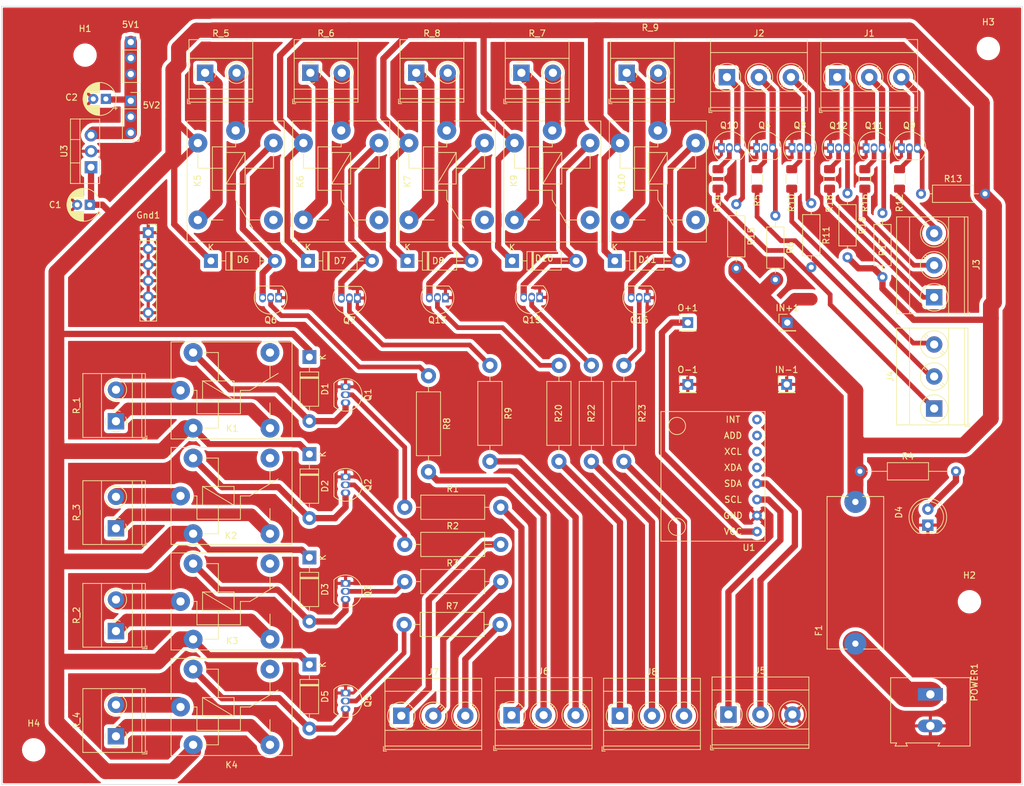
<source format=kicad_pcb>
(kicad_pcb (version 20221018) (generator pcbnew)
  (layers (0 "F.Cu" mixed) (31 "B.Cu" signal) (35 "F.Paste" user) (37 "F.SilkS" user "F.Silkscreen") (39 "F.Mask" user) (44 "Edge.Cuts" user))
  (net 0 "")
  (net 1 "VCC")
  (net 2 "Net-(D1-A)")
  (net 3 "Net-(D2-A)")
  (net 4 "Net-(D3-A)")
  (net 5 "GND")
  (net 6 "Net-(D4-A)")
  (net 7 "Net-(D5-A)")
  (net 8 "Net-(D6-A)")
  (net 9 "Net-(D7-A)")
  (net 10 "Net-(POWER1-Pin_1)")
  (net 11 "Pwm1")
  (net 12 "Pwm2")
  (net 13 "Pwm3")
  (net 14 "Pwm4")
  (net 15 "Pwm5")
  (net 16 "Pwm6")
  (net 17 "M1")
  (net 18 "M2")
  (net 19 "M3")
  (net 20 "M4")
  (net 21 "M5")
  (net 22 "M6")
  (net 23 "SCL")
  (net 24 "SDA")
  (net 25 "R1")
  (net 26 "R2")
  (net 27 "R3")
  (net 28 "R4")
  (net 29 "R5")
  (net 30 "R6")
  (net 31 "Net-(R_1-Pin_2)")
  (net 33 "Net-(R_1-Pin_1)")
  (net 34 "Net-(R_3-Pin_2)")
  (net 36 "Net-(R_3-Pin_1)")
  (net 37 "Net-(R_2-Pin_2)")
  (net 39 "Net-(R_2-Pin_1)")
  (net 40 "Net-(R_4-Pin_2)")
  (net 42 "Net-(R_4-Pin_1)")
  (net 43 "Net-(R_5-Pin_2)")
  (net 45 "Net-(R_5-Pin_1)")
  (net 46 "Net-(R_6-Pin_2)")
  (net 48 "Net-(R_6-Pin_1)")
  (net 49 "3.3V")
  (net 50 "Net-(Q1-B)")
  (net 51 "Net-(Q2-B)")
  (net 52 "Net-(Q3-B)")
  (net 53 "Net-(Q4-B)")
  (net 54 "Net-(Q5-B)")
  (net 55 "Net-(Q6-B)")
  (net 56 "Net-(Q7-B)")
  (net 57 "Net-(Q8-B)")
  (net 58 "Net-(Q9-B)")
  (net 59 "Net-(Q10-B)")
  (net 60 "Net-(Q11-B)")
  (net 61 "Net-(Q12-B)")
  (net 66 "Net-(D8-A)")
  (net 67 "Net-(D10-A)")
  (net 68 "Net-(D11-A)")
  (net 69 "R7")
  (net 70 "R8")
  (net 71 "R9")
  (net 72 "Net-(R_8-Pin_2)")
  (net 74 "Net-(R_8-Pin_1)")
  (net 75 "Net-(R_7-Pin_2)")
  (net 77 "Net-(R_7-Pin_1)")
  (net 78 "Net-(R_9-Pin_2)")
  (net 80 "Net-(R_9-Pin_1)")
  (net 81 "Net-(Q13-B)")
  (net 82 "Net-(Q15-B)")
  (net 83 "Net-(Q16-B)")
  (net 84 "5V")
  (footprint "Diode_THT:D_DO-41_SOD81_P10.16mm_Horizontal" (layer "F.Cu") (at 158.82 74.4)
    (fp_text reference "D11")
    (fp_text value "1N47xxA")
  )
  (footprint "Resistor_THT:R_Axial_DIN0207_L6.3mm_D2.5mm_P10.16mm_Horizontal" (layer "F.Cu") (at 184.3 67.22 -90)
    (fp_text reference "R6")
    (fp_text value "10K")
  )
  (footprint "Relay_THT:Relay_SPDT_Finder_36.11" (layer "F.Cu") (at 165.65 53.7 -90)
    (fp_text reference "K10")
    (fp_text value "Relay_SPDT")
  )
  (footprint "Diode_THT:D_DO-41_SOD81_P10.16mm_Horizontal" (layer "F.Cu") (at 110.35 105.07 -90)
    (fp_text reference "D2")
    (fp_text value "1N47xxA")
  )
  (footprint "Diode_THT:D_DO-41_SOD81_P10.16mm_Horizontal" (layer "F.Cu") (at 110.35 138.47 -90)
    (fp_text reference "D5")
    (fp_text value "1N47xxA")
  )
  (footprint "TerminalBlock:TerminalBlock_Altech_AK300-2_P5.00mm" (layer "F.Cu") (at 208.9 143.2 -90)
    (fp_text reference "POWER1")
    (fp_text value "Screw_Terminal_01x02")
  )
  (footprint "Resistor_THT:R_Axial_DIN0411_L9.9mm_D3.6mm_P15.24mm_Horizontal" (layer "F.Cu") (at 125.48 113.5)
    (fp_text reference "R1")
    (fp_text value "10K")
  )
  (footprint "Package_TO_SOT_THT:TO-92_Inline" (layer "F.Cu") (at 181.33 56.46)
    (fp_text reference "Q4")
    (fp_text value "2N3904")
  )
  (footprint "TerminalBlock_Phoenix:TerminalBlock_Phoenix_MKDS-1,5-2_1x02_P5.00mm_Horizontal" (layer "F.Cu") (at 79.655 133.15 90)
    (fp_text reference "R_2")
    (fp_text value "Screw_Terminal_01x02")
  )
  (footprint "Package_TO_SOT_THT:TO-92_Inline" (layer "F.Cu") (at 116.09 142.98 -90)
    (fp_text reference "Q5")
    (fp_text value "2N3904")
  )
  (footprint "Resistor_THT:R_Axial_DIN0411_L9.9mm_D3.6mm_P15.24mm_Horizontal" (layer "F.Cu") (at 125.38 132.1)
    (fp_text reference "R7")
    (fp_text value "10K")
  )
  (footprint "TerminalBlock_Phoenix:TerminalBlock_Phoenix_MKDS-1,5-2_1x02_P5.00mm_Horizontal" (layer "F.Cu") (at 127.3 44.555)
    (fp_text reference "R_8")
    (fp_text value "Screw_Terminal_01x02")
  )
  (footprint "MountingHole:MountingHole_3.2mm_M3" (layer "F.Cu") (at 74.75 41.75)
    (fp_text reference "H1")
    (fp_text value "MountingHole")
  )
  (footprint "Relay_THT:Relay_SPDT_Finder_36.11" (layer "F.Cu") (at 89.9 145.2)
    (fp_text reference "K4")
    (fp_text value "Relay_SPDT")
  )
  (footprint "Resistor_SMD:R_1206_3216Metric_Pad1.30x1.75mm_HandSolder" (layer "F.Cu") (at 192.9 61.4 -90)
    (fp_text reference "R18")
    (fp_text value "500")
  )
  (footprint "Package_TO_SOT_THT:TO-92_Inline" (layer "F.Cu") (at 204.3 56.5)
    (fp_text reference "Q9")
    (fp_text value "2N3904")
  )
  (footprint "Diode_THT:D_DO-41_SOD81_P10.16mm_Horizontal" (layer "F.Cu") (at 125.92 74.4)
    (fp_text reference "D8")
    (fp_text value "1N47xxA")
  )
  (footprint "Connector_PinHeader_2.54mm:PinHeader_1x01_P2.54mm_Vertical" (layer "F.Cu") (at 170.4 84.2)
    (fp_text reference "O+1")
    (fp_text value "Screw_Terminal_01x01")
  )
  (footprint "Connector_PinSocket_2.54mm:PinSocket_1x06_P2.54mm_Vertical" (layer "F.Cu") (at 84.775 69.925)
    (fp_text reference "Gnd1")
    (fp_text value "Screw_Terminal_01x03")
  )
  (footprint "Capacitor_THT:CP_Radial_D5.0mm_P2.00mm" (layer "F.Cu") (at 75.5 65.5 180)
    (fp_text reference "C1")
    (fp_text value "C_Polarized")
  )
  (footprint "Connector_PinHeader_2.54mm:PinHeader_1x01_P2.54mm_Vertical" (layer "F.Cu") (at 170.4 94)
    (fp_text reference "O-1")
    (fp_text value "Screw_Terminal_01x01")
  )
  (footprint "Resistor_SMD:R_1206_3216Metric_Pad1.30x1.75mm_HandSolder" (layer "F.Cu") (at 198.5 61.4 -90)
    (fp_text reference "R16")
    (fp_text value "500")
  )
  (footprint "TerminalBlock_Phoenix:TerminalBlock_Phoenix_MKDS-1,5-2_1x02_P5.00mm_Horizontal" (layer "F.Cu") (at 93.8 44.555)
    (fp_text reference "R_5")
    (fp_text value "Screw_Terminal_01x02")
  )
  (footprint "TerminalBlock_Phoenix:TerminalBlock_Phoenix_MKDS-3-3-5.08_1x03_P5.08mm_Horizontal" (layer "F.Cu") (at 209.5 97.83 90)
    (fp_text reference "J4")
    (fp_text value "Screw_Terminal_01x03")
  )
  (footprint "Package_TO_SOT_THT:TO-92_Inline" (layer "F.Cu") (at 116.09 108.68 -90)
    (fp_text reference "Q2")
    (fp_text value "2N3904")
  )
  (footprint "Package_TO_SOT_THT:TO-92_Inline" (layer "F.Cu") (at 117.97 80.3 180)
    (fp_text reference "Q7")
    (fp_text value "2N3904")
  )
  (footprint "Resistor_THT:R_Axial_DIN0411_L9.9mm_D3.6mm_P15.24mm_Horizontal" (layer "F.Cu") (at 129.25 92.63 -90)
    (fp_text reference "R8")
    (fp_text value "10K")
  )
  (footprint "Package_TO_SOT_THT:TO-92_Inline" (layer "F.Cu") (at 186.93 56.46)
    (fp_text reference "Q8")
    (fp_text value "2N3904")
  )
  (footprint "MountingHole:MountingHole_3.2mm_M3" (layer "F.Cu") (at 215.1 128.5)
    (fp_text reference "H2")
    (fp_text value "MountingHole")
  )
  (footprint "Resistor_SMD:R_1206_3216Metric_Pad1.30x1.75mm_HandSolder" (layer "F.Cu") (at 186.9 61.4 -90)
    (fp_text reference "R10")
    (fp_text value "500")
  )
  (footprint "Diode_THT:D_DO-41_SOD81_P10.16mm_Horizontal" (layer "F.Cu") (at 110.35 89.67 -90)
    (fp_text reference "D1")
    (fp_text value "1N47xxA")
  )
  (footprint "Resistor_SMD:R_1206_3216Metric_Pad1.30x1.75mm_HandSolder" (layer "F.Cu") (at 175.2 61.4 -90)
    (fp_text reference "R14")
    (fp_text value "500")
  )
  (footprint "Package_TO_SOT_THT:TO-220-3_Vertical" (layer "F.Cu") (at 75.695 59.54 90)
    (fp_text reference "U3")
    (fp_text value "LM7805_TO220")
  )
  (footprint "TerminalBlock_Phoenix:TerminalBlock_Phoenix_MKDS-3-3-5.08_1x03_P5.08mm_Horizontal" (layer "F.Cu") (at 176.855 146.4)
    (fp_text reference "J5")
    (fp_text value "Screw_Terminal_01x03")
  )
  (footprint "Resistor_THT:R_Axial_DIN0207_L6.3mm_D2.5mm_P10.16mm_Horizontal" (layer "F.Cu") (at 195.75 63.67 -90)
    (fp_text reference "R19")
    (fp_text value "10K")
  )
  (footprint "Diode_THT:D_DO-41_SOD81_P10.16mm_Horizontal" (layer "F.Cu") (at 110.35 121.47 -90)
    (fp_text reference "D3")
    (fp_text value "1N47xxA")
  )
  (footprint "TerminalBlock_Phoenix:TerminalBlock_Phoenix_MKDS-3-3-5.08_1x03_P5.08mm_Horizontal" (layer "F.Cu") (at 176.615 45.245)
    (fp_text reference "J2")
    (fp_text value "Screw_Terminal_01x03")
  )
  (footprint "MountingHole:MountingHole_3.2mm_M3" (layer "F.Cu") (at 66.6 152)
    (fp_text reference "H4")
    (fp_text value "MountingHole")
  )
  (footprint "TerminalBlock_Phoenix:TerminalBlock_Phoenix_MKDS-3-3-5.08_1x03_P5.08mm_Horizontal" (layer "F.Cu") (at 124.94 146.6)
    (fp_text reference "J7")
    (fp_text value "Screw_Terminal_01x03")
  )
  (footprint "Package_TO_SOT_THT:TO-92_Inline" (layer "F.Cu") (at 131.94 80.24 180)
    (fp_text reference "Q13")
    (fp_text value "2N3904")
  )
  (footprint "Package_TO_SOT_THT:TO-92_Inline" (layer "F.Cu") (at 146.9 80.2 180)
    (fp_text reference "Q15")
    (fp_text value "2N3904")
  )
  (footprint "TerminalBlock_Phoenix:TerminalBlock_Phoenix_MKDS-3-3-5.08_1x03_P5.08mm_Horizontal" (layer "F.Cu") (at 209.5 80.18 90)
    (fp_text reference "J3")
    (fp_text value "Screw_Terminal_01x03")
  )
  (footprint "Resistor_SMD:R_1206_3216Metric_Pad1.30x1.75mm_HandSolder" (layer "F.Cu") (at 204.01 61.4 -90)
    (fp_text reference "R12")
    (fp_text value "500")
  )
  (footprint "Resistor_THT:R_Axial_DIN0207_L6.3mm_D2.5mm_P10.16mm_Horizontal" (layer "F.Cu") (at 178.1 65.42 -90)
    (fp_text reference "R15")
    (fp_text value "10K")
  )
  (footprint "TerminalBlock_Phoenix:TerminalBlock_Phoenix_MKDS-1,5-2_1x02_P5.00mm_Horizontal" (layer "F.Cu") (at 110.5 44.555)
    (fp_text reference "R_6")
    (fp_text value "Screw_Terminal_01x02")
  )
  (footprint "Resistor_THT:R_Axial_DIN0207_L6.3mm_D2.5mm_P10.16mm_Horizontal" (layer "F.Cu") (at 207.42 63.75)
    (fp_text reference "R13")
    (fp_text value "10K")
  )
  (footprint "Resistor_THT:R_Axial_DIN0207_L6.3mm_D2.5mm_P15.24mm_Horizontal" (layer "F.Cu") (at 197.72 107.8)
    (fp_text reference "R4")
    (fp_text value "500")
  )
  (footprint "TerminalBlock_Phoenix:TerminalBlock_Phoenix_MKDS-1,5-2_1x02_P5.00mm_Horizontal" (layer "F.Cu") (at 79.655 99.85 90)
    (fp_text reference "R_1")
    (fp_text value "Screw_Terminal_01x02")
  )
  (footprint "TerminalBlock_Phoenix:TerminalBlock_Phoenix_MKDS-3-3-5.08_1x03_P5.08mm_Horizontal" (layer "F.Cu") (at 194.12 45.245)
    (fp_text reference "J1")
    (fp_text value "Screw_Terminal_01x03")
  )
  (footprint "Package_TO_SOT_THT:TO-92_Inline" (layer "F.Cu") (at 105.47 80.24 180)
    (fp_text reference "Q6")
    (fp_text value "2N3904")
  )
  (footprint "Relay_THT:Relay_SPDT_Finder_36.11" (layer "F.Cu") (at 89.9 94.95)
    (fp_text reference "K1")
    (fp_text value "Relay_SPDT")
  )
  (footprint "Relay_THT:Relay_SPDT_Finder_36.11" (layer "F.Cu") (at 115.4 53.7 -90)
    (fp_text reference "K6")
    (fp_text value "Relay_SPDT")
  )
  (footprint "Relay_THT:Relay_SPDT_Finder_36.11" (layer "F.Cu") (at 132.15 53.7 -90)
    (fp_text reference "K7")
    (fp_text value "Relay_SPDT")
  )
  (footprint "TerminalBlock_Phoenix:TerminalBlock_Phoenix_MKDS-1,5-2_1x02_P5.00mm_Horizontal" (layer "F.Cu") (at 144 44.555)
    (fp_text reference "R_7")
    (fp_text value "Screw_Terminal_01x02")
  )
  (footprint "Resistor_THT:R_Axial_DIN0207_L6.3mm_D2.5mm_P10.16mm_Horizontal" (layer "F.Cu") (at 201.3 66.82 -90)
    (fp_text reference "R17")
    (fp_text value "10K")
  )
  (footprint "Resistor_THT:R_Axial_DIN0411_L9.9mm_D3.6mm_P15.24mm_Horizontal" (layer "F.Cu") (at 160.25 90.98 -90)
    (fp_text reference "R23")
    (fp_text value "10K")
  )
  (footprint "Resistor_THT:R_Axial_DIN0411_L9.9mm_D3.6mm_P15.24mm_Horizontal" (layer "F.Cu") (at 155.1 90.98 -90)
    (fp_text reference "R22")
    (fp_text value "10K")
  )
  (footprint "Connector_PinHeader_2.54mm:PinHeader_1x01_P2.54mm_Vertical" (layer "F.Cu") (at 186.2 84.2)
    (fp_text reference "IN+1")
    (fp_text value "Screw_Terminal_01x01")
  )
  (footprint "TerminalBlock_Phoenix:TerminalBlock_Phoenix_MKDS-3-3-5.08_1x03_P5.08mm_Horizontal" (layer "F.Cu") (at 142.44 146.5)
    (fp_text reference "J6")
    (fp_text value "Screw_Terminal_01x03")
  )
  (footprint "TerminalBlock_Phoenix:TerminalBlock_Phoenix_MKDS-1,5-2_1x02_P5.00mm_Horizontal" (layer "F.Cu") (at 160.7 44.555)
    (fp_text reference "R_9")
    (fp_text value "Screw_Terminal_01x02")
  )
  (footprint "LED_THT:LED_D5.0mm" (layer "F.Cu") (at 208.5 116.34 90)
    (fp_text reference "D4")
    (fp_text value "LED")
  )
  (footprint "Package_TO_SOT_THT:TO-92_Inline" (layer "F.Cu") (at 116.09 94.38 -90)
    (fp_text reference "Q1")
    (fp_text value "2N3904")
  )
  (footprint "Connector_PinSocket_2.54mm:PinSocket_1x03_P2.54mm_Vertical" (layer "F.Cu") (at 82 49)
    (fp_text reference "5V2")
    (fp_text value "Screw_Terminal_01x03")
  )
  (footprint "Diode_THT:D_DO-41_SOD81_P10.16mm_Horizontal" (layer "F.Cu") (at 110.12 74.4)
    (fp_text reference "D7")
    (fp_text value "1N47xxA")
  )
  (footprint "Resistor_THT:R_Axial_DIN0411_L9.9mm_D3.6mm_P15.24mm_Horizontal" (layer "F.Cu") (at 149.95 90.98 -90)
    (fp_text reference "R20")
    (fp_text value "10K")
  )
  (footprint "Diode_THT:D_DO-41_SOD81_P10.16mm_Horizontal" (layer "F.Cu") (at 94.72 74.4)
    (fp_text reference "D6")
    (fp_text value "1N47xxA")
  )
  (footprint "rob fuse:FUSE_4628" (layer "F.Cu") (at 197 123.9 90)
    (fp_text reference "F1")
    (fp_text value "Fuse")
  )
  (footprint "Package_TO_SOT_THT:TO-92_Inline" (layer "F.Cu") (at 193.06 56.5)
    (fp_text reference "Q12")
    (fp_text value "2N3904")
  )
  (footprint "TerminalBlock_Phoenix:TerminalBlock_Phoenix_MKDS-1,5-2_1x02_P5.00mm_Horizontal" (layer "F.Cu") (at 79.655 116.85 90)
    (fp_text reference "R_3")
    (fp_text value "Screw_Terminal_01x02")
  )
  (footprint "Package_TO_SOT_THT:TO-92_Inline" (layer "F.Cu") (at 163.97 80.24 180)
    (fp_text reference "Q16")
    (fp_text value "2N3904")
  )
  (footprint "Capacitor_THT:CP_Radial_D5.0mm_P2.00mm" (layer "F.Cu") (at 78.055113 48.7 180)
    (fp_text reference "C2")
    (fp_text value "C_Polarized")
  )
  (footprint "TerminalBlock_Phoenix:TerminalBlock_Phoenix_MKDS-1,5-2_1x02_P5.00mm_Horizontal" (layer "F.Cu") (at 79.655 149.85 90)
    (fp_text reference "R_4")
    (fp_text value "Screw_Terminal_01x02")
  )
  (footprint "Relay_THT:Relay_SPDT_Finder_36.11" (layer "F.Cu") (at 148.9 53.7 -90)
    (fp_text reference "K9")
    (fp_text value "Relay_SPDT")
  )
  (footprint "Package_TO_SOT_THT:TO-92_Inline" (layer "F.Cu") (at 175.73 56.46)
    (fp_text reference "Q10")
    (fp_text value "2N3904")
  )
  (footprint "Resistor_THT:R_Axial_DIN0411_L9.9mm_D3.6mm_P15.24mm_Horizontal" (layer "F.Cu") (at 139 90.98 -90)
    (fp_text reference "R9")
    (fp_text value "10K")
  )
  (footprint "Package_TO_SOT_THT:TO-92_Inline" (layer "F.Cu") (at 116.09 125.58 -90)
    (fp_text reference "Q3")
    (fp_text value "2N3904")
  )
  (footprint "Connector_PinHeader_2.54mm:PinHeader_1x01_P2.54mm_Vertical" (layer "F.Cu") (at 186.1 94)
    (fp_text reference "IN-1")
    (fp_text value "Screw_Terminal_01x01")
  )
  (footprint "MountingHole:MountingHole_3.2mm_M3" (layer "F.Cu") (at 218.1 40.7)
    (fp_text reference "H3")
    (fp_text value "MountingHole")
  )
  (footprint "Connector_PinSocket_2.54mm:PinSocket_1x03_P2.54mm_Vertical" (layer "F.Cu") (at 82 39.67)
    (fp_text reference "5V1")
    (fp_text value "Screw_Terminal_01x03")
  )
  (footprint "Resistor_THT:R_Axial_DIN0411_L9.9mm_D3.6mm_P15.24mm_Horizontal" (layer "F.Cu") (at 125.48 125.3)
    (fp_text reference "R3")
    (fp_text value "10K")
  )
  (footprint "Package_TO_SOT_THT:TO-92_Inline" (layer "F.Cu") (at 198.7 56.5)
    (fp_text reference "Q11")
    (fp_text value "2N3904")
  )
  (footprint "Relay_THT:Relay_SPDT_Finder_36.11" (layer "F.Cu") (at 89.9 111.7)
    (fp_text reference "K2")
    (fp_text value "Relay_SPDT")
  )
  (footprint "Relay_THT:Relay_SPDT_Finder_36.11" (layer "F.Cu") (at 98.65 53.7 -90)
    (fp_text reference "K5")
    (fp_text value "Relay_SPDT")
  )
  (footprint "Diode_THT:D_DO-41_SOD81_P10.16mm_Horizontal" (layer "F.Cu") (at 142.52 74.4)
    (fp_text reference "D10")
    (fp_text value "1N47xxA")
  )
  (footprint "Relay_THT:Relay_SPDT_Finder_36.11" (layer "F.Cu") (at 89.9 128.45)
    (fp_text reference "K3")
    (fp_text value "Relay_SPDT")
  )
  (footprint "Resistor_THT:R_Axial_DIN0207_L6.3mm_D2.5mm_P10.16mm_Horizontal" (layer "F.Cu") (at 190 65.25 -90)
    (fp_text reference "R11")
    (fp_text value "10K")
  )
  (footprint "TerminalBlock_Phoenix:TerminalBlock_Phoenix_MKDS-3-3-5.08_1x03_P5.08mm_Horizontal" (layer "F.Cu") (at 159.64 146.6)
    (fp_text reference "J8")
    (fp_text value "Screw_Terminal_01x03")
  )
  (footprint "Resistor_THT:R_Axial_DIN0411_L9.9mm_D3.6mm_P15.24mm_Horizontal" (layer "F.Cu") (at 125.48 119.4)
    (fp_text reference "R2")
    (fp_text value "10K")
  )
  (footprint "sensors:module_mpu6050" (layer "F.Cu") (at 181.385 99.583 180)
    (fp_text reference "U1")
    (fp_text value "module_mpu6050")
  )
  (footprint "Resistor_SMD:R_1206_3216Metric_Pad1.30x1.75mm_HandSolder" (layer "F.Cu") (at 181.4 61.4 -90)
    (fp_text reference "R5")
    (fp_text value "500")
  )
  (gr_rect (start 61.5 34) (end 223.5 157.5) (stroke (width 0.1)) (fill none) (layer "Edge.Cuts"))
  (segment (start 178.1 76.1) (end 182.35 80.35) (width 2.5) (layer "F.Cu") (net 1))
  (segment (start 109.13 120.25) (end 94.45 120.25) (width 1) (layer "F.Cu") (net 1))
  (segment (start 140.3 68.86127) (end 140.35 68.81127) (width 1) (layer "F.Cu") (net 1))
  (segment (start 123.6 58.25) (end 126.15 55.7) (width 1) (layer "F.Cu") (net 1))
  (segment (start 106.8 71.08) (end 106.8 68.86127) (width 1) (layer "F.Cu") (net 1))
  (segment (start 214.2 103.7) (end 197.9 103.7) (width 2.5) (layer "F.Cu") (net 1))
  (segment (start 106.85 68.81127) (end 106.85 66.98873) (width 1) (layer "F.Cu") (net 1))
  (segment (start 142.52 74.4) (end 140.3 72.18) (width 1) (layer "F.Cu") (net 1))
  (segment (start 75.695 59.54) (end 75.695 65.305) (width 1) (layer "F.Cu") (net 1))
  (segment (start 108.88 137) (end 94.45 137) (width 1) (layer "F.Cu") (net 1))
  (segment (start 95.055 37.8) (end 116.6 37.8) (width 2.5) (layer "F.Cu") (net 1))
  (segment (start 88.95 52) (end 88.75 52) (width 1) (layer "F.Cu") (net 1))
  (segment (start 79.22 67.22) (end 77.5 65.5) (width 1) (layer "F.Cu") (net 1))
  (segment (start 70.56 86) (end 107.75 86) (width 1) (layer "F.Cu") (net 1))
  (segment (start 92.45 37.8) (end 95.055 37.8) (width 2.4) (layer "F.Cu") (net 1))
  (segment (start 122.1 51.65) (end 122.1 42.3) (width 1) (layer "F.Cu") (net 1))
  (segment (start 197 102.8) (end 197 109.9) (width 2.5) (layer "F.Cu") (net 1))
  (segment (start 155.8 37.8) (end 155.8 51.85) (width 2.5) (layer "F.Cu") (net 1))
  (segment (start 138 38.8) (end 139 37.8) (width 1) (layer "F.Cu") (net 1))
  (segment (start 123.6 72.08) (end 123.6 58.25) (width 1) (layer "F.Cu") (net 1))
  (segment (start 77.5 65.5) (end 75.75 65.5) (width 1) (layer "F.Cu") (net 1))
  (segment (start 201.3 78.8) (end 201.3 76.98) (width 1) (layer "F.Cu") (net 1))
  (segment (start 88.7 155.4) (end 78 155.4) (width 2.5) (layer "F.Cu") (net 1))
  (segment (start 86.3 138) (end 89.85 134.45) (width 2.5) (layer "F.Cu") (net 1))
  (segment (start 70.2 147.6) (end 70.2 138) (width 2.5) (layer "F.Cu") (net 1))
  (segment (start 84.3 62.14) (end 88.75 57.69) (width 2.5) (layer "F.Cu") (net 1))
  (segment (start 70.2 122.1) (end 70.2 102.9) (width 2.5) (layer "F.Cu") (net 1))
  (segment (start 88.9 59.45) (end 92.65 55.7) (width 1) (layer "F.Cu") (net 1))
  (segment (start 78 155.4) (end 70.2 147.6) (width 2.5) (layer "F.Cu") (net 1))
  (segment (start 197.5 75.58) (end 199.9 75.58) (width 1) (layer "F.Cu") (net 1))
  (segment (start 140.3 72.18) (end 140.3 68.86127) (width 1) (layer "F.Cu") (net 1))
  (segment (start 91.9 152.2) (end 88.7 155.4) (width 2.5) (layer "F.Cu") (net 1))
  (segment (start 218.5 83.5) (end 218.25 83.75) (width 1) (layer "F.Cu") (net 1))
  (segment (start 110.35 88.6) (end 110.35 89.67) (width 1) (layer "F.Cu") (net 1))
  (segment (start 70.2 86.36) (end 70.2 103.9) (width 2.5) (layer "F.Cu") (net 1))
  (segment (start 218.25 83.75) (end 206.25 83.75) (width 1) (layer "F.Cu") (net 1))
  (segment (start 110.35 121.47) (end 109.13 120.25) (width 1) (layer "F.Cu") (net 1))
  (segment (start 84.4 122.1) (end 88.8 117.7) (width 2.5) (layer "F.Cu") (net 1))
  (segment (start 116.6 37.8) (end 134.1 37.8) (width 2.5) (layer "F.Cu") (net 1))
  (segment (start 218.5 83.5) (end 218.5 81.45) (width 2.5) (layer "F.Cu") (net 1))
  (segment (start 88.75 52) (end 88.75 44.105) (width 2.5) (layer "F.Cu") (net 1))
  (segment (start 125.92 74.4) (end 123.6 72.08) (width 1) (layer "F.Cu") (net 1))
  (segment (start 88.9 68.58) (end 88.9 59.45) (width 1) (layer "F.Cu") (net 1))
  (segment (start 140.3 66.93873) (end 140.3 58.3) (width 1) (layer "F.Cu") (net 1))
  (segment (start 89.85 134.45) (end 91.9 134.45) (width 2.5) (layer "F.Cu") (net 1))
  (segment (start 142.9 55.7) (end 138 50.8) (width 1) (layer "F.Cu") (net 1))
  (segment (start 70.9 104.6) (end 87 104.6) (width 2.5) (layer "F.Cu") (net 1))
  (segment (start 110.12 74.4) (end 106.8 71.08) (width 1) (layer "F.Cu") (net 1))
  (segment (start 70.2 76.24) (end 79.22 67.22) (width 2.5) (layer "F.Cu") (net 1))
  (segment (start 88.75 57.69) (end 88.75 52) (width 2.5) (layer "F.Cu") (net 1))
  (segment (start 138 50.8) (end 138 38.8) (width 1) (layer "F.Cu") (net 1))
  (segment (start 157.2 58.15) (end 159.65 55.7) (width 1) (layer "F.Cu") (net 1))
  (segment (start 197 95) (end 197 102.8) (width 2.5) (layer "F.Cu") (net 1))
  (segment (start 205.5 37.8) (end 155.8 37.8) (width 2.5) (layer "F.Cu") (net 1))
  (segment (start 126.6 37.8) (end 134.1 37.8) (width 1) (layer "F.Cu") (net 1))
  (segment (start 109.4 55.7) (end 105.7 52) (width 1) (layer "F.Cu") (net 1))
  (segment (start 219 65.72) (end 217.08 63.8) (width 2.5) (layer "F.Cu") (net 1))
  (segment (start 94.45 137) (end 91.9 134.45) (width 1) (layer "F.Cu") (net 1))
  (segment (start 110.35 138.47) (end 108.88 137) (width 1) (layer "F.Cu") (net 1))
  (segment (start 199.9 75.58) (end 201.3 76.98) (width 1) (layer "F.Cu") (net 1))
  (segment (start 217.08 49.38) (end 205.5 37.8) (width 2.5) (layer "F.Cu") (net 1))
  (segment (start 106.8 58.3) (end 109.4 55.7) (width 1) (layer "F.Cu") (net 1))
  (segment (start 197 109.9) (end 197 108.52) (width 2.5) (layer "F.Cu") (net 1))
  (segment (start 218.5 83.5) (end 218.5 99.4) (width 2.5) (layer "F.Cu") (net 1))
  (segment (start 70.2 138) (end 70.2 122.1) (width 2.5) (layer "F.Cu") (net 1))
  (segment (start 89.6 40.65) (end 92.45 37.8) (width 2.4) (layer "F.Cu") (net 1))
  (segment (start 197 108.52) (end 197.72 107.8) (width 2.5) (layer "F.Cu") (net 1))
  (segment (start 139 37.8) (end 158 37.8) (width 2.5) (layer "F.Cu") (net 1))
  (segment (start 90.65 100.95) (end 91.9 100.95) (width 2.5) (layer "F.Cu") (net 1))
  (segment (start 106.8 66.93873) (end 106.8 58.3) (width 1) (layer "F.Cu") (net 1))
  (segment (start 140.35 66.98873) (end 140.3 66.93873) (width 1) (layer "F.Cu") (net 1))
  (segment (start 91.9 151.2) (end 91.9 152.2) (width 2.5) (layer "F.Cu") (net 1))
  (segment (start 92.65 55.7) (end 88.95 52) (width 1) (layer "F.Cu") (net 1))
  (segment (start 155.8 51.85) (end 159.65 55.7) (width 2.5) (layer "F.Cu") (net 1))
  (segment (start 75.695 65.305) (end 75.5 65.5) (width 1) (layer "F.Cu") (net 1))
  (segment (start 70.2 122.1) (end 84.4 122.1) (width 2.5) (layer "F.Cu") (net 1))
  (segment (start 218.5 81.45) (end 219 80.95) (width 2.5) (layer "F.Cu") (net 1))
  (segment (start 217.08 63.8) (end 217.08 49.38) (width 2.5) (layer "F.Cu") (net 1))
  (segment (start 206.25 83.75) (end 201.3 78.8) (width 1) (layer "F.Cu") (net 1))
  (segment (start 182.35 80.35) (end 184.95 82.95) (width 2.5) (layer "F.Cu") (net 1))
  (segment (start 87 104.6) (end 90.65 100.95) (width 2.5) (layer "F.Cu") (net 1))
  (segment (start 70.2 86.36) (end 70.56 86) (width 1) (layer "F.Cu") (net 1))
  (segment (start 219 80.95) (end 219 65.72) (width 2.5) (layer "F.Cu") (net 1))
  (segment (start 186.2 84.2) (end 197 95) (width 2.5) (layer "F.Cu") (net 1))
  (segment (start 105.7 41.8) (end 109.7 37.8) (width 1) (layer "F.Cu") (net 1))
  (segment (start 190 80.49) (end 187.41 80.49) (width 2) (layer "F.Cu") (net 1))
  (segment (start 140.35 68.81127) (end 140.35 66.98873) (width 1) (layer "F.Cu") (net 1))
  (segment (start 70.2 103.9) (end 70.9 104.6) (width 2.5) (layer "F.Cu") (net 1))
  (segment (start 70.2 138) (end 86.3 138) (width 2.5) (layer "F.Cu") (net 1))
  (segment (start 178.1 75.58) (end 178.1 76.1) (width 2.5) (layer "F.Cu") (net 1))
  (segment (start 107.75 86) (end 110.35 88.6) (width 1) (layer "F.Cu") (net 1))
  (segment (start 94.72 74.4) (end 88.9 68.58) (width 1) (layer "F.Cu") (net 1))
  (segment (start 108.78 103.5) (end 94.45 103.5) (width 1) (layer "F.Cu") (net 1))
  (segment (start 109.7 37.8) (end 116.6 37.8) (width 1) (layer "F.Cu") (net 1))
  (segment (start 126.15 55.7) (end 122.1 51.65) (width 1) (layer "F.Cu") (net 1))
  (segment (start 197 112.65) (end 197 109.9) (width 2.5) (layer "F.Cu") (net 1))
  (segment (start 94.45 103.5) (end 91.9 100.95) (width 1) (layer "F.Cu") (net 1))
  (segment (start 89.6 43.255) (end 89.6 40.65) (width 2.4) (layer "F.Cu") (net 1))
  (segment (start 187.41 80.49) (end 184.95 82.95) (width 2) (layer "F.Cu") (net 1))
  (segment (start 106.8 68.86127) (end 106.85 68.81127) (width 1) (layer "F.Cu") (net 1))
  (segment (start 106.85 66.98873) (end 106.8 66.93873) (width 1) (layer "F.Cu") (net 1))
  (segment (start 218.5 99.4) (end 214.2 103.7) (width 2.5) (layer "F.Cu") (net 1))
  (segment (start 197.9 103.7) (end 197 102.8) (width 2.5) (layer "F.Cu") (net 1))
  (segment (start 88.8 117.7) (end 91.9 117.7) (width 2.5) (layer "F.Cu") (net 1))
  (segment (start 70.2 86.36) (end 70.2 76.24) (width 2.5) (layer "F.Cu") (net 1))
  (segment (start 195.75 73.83) (end 197.5 75.58) (width 1) (layer "F.Cu") (net 1))
  (segment (start 182.35 79.33) (end 182.35 80.35) (width 2.5) (layer "F.Cu") (net 1))
  (segment (start 184.3 77.38) (end 182.35 79.33) (width 2.5) (layer "F.Cu") (net 1))
  (segment (start 110.35 105.07) (end 108.78 103.5) (width 1) (layer "F.Cu") (net 1))
  (segment (start 158.82 74.4) (end 157.2 72.78) (width 1) (layer "F.Cu") (net 1))
  (segment (start 157.2 72.78) (end 157.2 58.15) (width 1) (layer "F.Cu") (net 1))
  (segment (start 79.22 67.22) (end 84.3 62.14) (width 2.5) (layer "F.Cu") (net 1))
  (segment (start 140.3 58.3) (end 142.9 55.7) (width 1) (layer "F.Cu") (net 1))
  (segment (start 88.75 44.105) (end 89.6 43.255) (width 2.5) (layer "F.Cu") (net 1))
  (segment (start 105.7 52) (end 105.7 41.8) (width 1) (layer "F.Cu") (net 1))
  (segment (start 134.1 37.8) (end 139 37.8) (width 2.5) (layer "F.Cu") (net 1))
  (segment (start 94.45 120.25) (end 91.9 117.7) (width 1) (layer "F.Cu") (net 1))
  (segment (start 122.1 42.3) (end 126.6 37.8) (width 1) (layer "F.Cu") (net 1))
  (segment (start 184.95 82.95) (end 186.2 84.2) (width 2.5) (layer "F.Cu") (net 1))
  (segment (start 114.47 99.83) (end 110.35 99.83) (width 1) (layer "F.Cu") (net 2))
  (segment (start 116.09 96.92) (end 116.09 98.21) (width 1) (layer "F.Cu") (net 2))
  (segment (start 110.35 99.83) (end 105.32 94.8) (width 1) (layer "F.Cu") (net 2))
  (segment (start 97.75 94.8) (end 91.9 88.95) (width 1) (layer "F.Cu") (net 2))
  (segment (start 105.32 94.8) (end 97.75 94.8) (width 1) (layer "F.Cu") (net 2))
  (segment (start 116.09 98.21) (end 114.47 99.83) (width 1) (layer "F.Cu") (net 2))
  (segment (start 105.42 110.3) (end 96.5 110.3) (width 1) (layer "F.Cu") (net 3))
  (segment (start 114.43 115.17) (end 114.43 115.23) (width 1) (layer "F.Cu") (net 3))
  (segment (start 110.35 115.23) (end 105.42 110.3) (width 1) (layer "F.Cu") (net 3))
  (segment (start 114.43 115.23) (end 110.35 115.23) (width 1) (layer "F.Cu") (net 3))
  (segment (start 116.09 111.22) (end 116.09 113.51) (width 1) (layer "F.Cu") (net 3))
  (segment (start 96.5 110.3) (end 91.9 105.7) (width 1) (layer "F.Cu") (net 3))
  (segment (start 116.09 113.51) (end 114.43 115.17) (width 1) (layer "F.Cu") (net 3))
  (segment (start 114.43 131.57) (end 114.43 131.63) (width 1) (layer "F.Cu") (net 4))
  (segment (start 116.09 129.91) (end 114.43 131.57) (width 1) (layer "F.Cu") (net 4))
  (segment (start 116.09 128.12) (end 116.09 129.91) (width 1) (layer "F.Cu") (net 4))
  (segment (start 96.05 126.6) (end 105.32 126.6) (width 1) (layer "F.Cu") (net 4))
  (segment (start 105.32 126.6) (end 110.35 131.63) (width 1) (layer "F.Cu") (net 4))
  (segment (start 114.43 131.63) (end 110.35 131.63) (width 1) (layer "F.Cu") (net 4))
  (segment (start 91.9 122.45) (end 96.05 126.6) (width 1) (layer "F.Cu") (net 4))
  (segment (start 212.96 107.8) (end 212.96 109.34) (width 1) (layer "F.Cu") (net 6))
  (segment (start 212.96 109.34) (end 208.5 113.8) (width 1) (layer "F.Cu") (net 6))
  (segment (start 114.27 148.63) (end 110.35 148.63) (width 1) (layer "F.Cu") (net 7))
  (segment (start 116.09 145.52) (end 116.09 146.81) (width 1) (layer "F.Cu") (net 7))
  (segment (start 96.5 143.8) (end 91.9 139.2) (width 1) (layer "F.Cu") (net 7))
  (segment (start 110.35 148.63) (end 105.52 143.8) (width 1) (layer "F.Cu") (net 7))
  (segment (start 116.09 146.81) (end 114.27 148.63) (width 1) (layer "F.Cu") (net 7))
  (segment (start 105.52 143.8) (end 96.5 143.8) (width 1) (layer "F.Cu") (net 7))
  (segment (start 104.88 74.4) (end 102.93 76.35) (width 1) (layer "F.Cu") (net 8))
  (segment (start 99.8 60.55) (end 104.65 55.7) (width 1) (layer "F.Cu") (net 8))
  (segment (start 104.88 74.4) (end 99.8 69.32) (width 1) (layer "F.Cu") (net 8))
  (segment (start 99.8 69.32) (end 99.8 60.55) (width 1) (layer "F.Cu") (net 8))
  (segment (start 102.93 76.35) (end 102.93 80.24) (width 1) (layer "F.Cu") (net 8))
  (segment (start 118.8 74.4) (end 120.28 74.4) (width 1) (layer "F.Cu") (net 9))
  (segment (start 115.43 80.3) (end 115.43 77.77) (width 1) (layer "F.Cu") (net 9))
  (segment (start 117 71.12) (end 117 60.1) (width 1) (layer "F.Cu") (net 9))
  (segment (start 117 60.1) (end 121.4 55.7) (width 1) (layer "F.Cu") (net 9))
  (segment (start 115.43 77.77) (end 118.8 74.4) (width 1) (layer "F.Cu") (net 9))
  (segment (start 120.28 74.4) (end 117 71.12) (width 1) (layer "F.Cu") (net 9))
  (segment (start 208.9 143.2) (end 205.05 143.2) (width 4) (layer "F.Cu") (net 10))
  (segment (start 205.05 143.2) (end 197 135.15) (width 4) (layer "F.Cu") (net 10))
  (segment (start 195.6 56.5) (end 195.6 55.8) (width 1) (layer "F.Cu") (net 11))
  (segment (start 195.6 55.8) (end 195.6 46.725) (width 1) (layer "F.Cu") (net 11))
  (segment (start 195.75 63.67) (end 195.75 55.95) (width 0.75) (layer "F.Cu") (net 11))
  (segment (start 195.6 46.725) (end 194.12 45.245) (width 1) (layer "F.Cu") (net 11))
  (segment (start 195.75 55.95) (end 195.6 55.8) (width 0.75) (layer "F.Cu") (net 11))
  (segment (start 201.5 66.62) (end 201.5 56.76) (width 0.75) (layer "F.Cu") (net 12))
  (segment (start 201.3 66.82) (end 201.5 66.62) (width 0.75) (layer "F.Cu") (net 12))
  (segment (start 201.24 47.285) (end 199.2 45.245) (width 1) (layer "F.Cu") (net 12))
  (segment (start 201.5 56.76) (end 201.24 56.5) (width 0.75) (layer "F.Cu") (net 12))
  (segment (start 201.24 56.5) (end 201.24 47.285) (width 1) (layer "F.Cu") (net 12))
  (segment (start 207.6 57.26) (end 206.84 56.5) (width 0.75) (layer "F.Cu") (net 13))
  (segment (start 207.42 63.75) (end 207.6 63.57) (width 0.75) (layer "F.Cu") (net 13))
  (segment (start 206.84 47.805) (end 204.28 45.245) (width 1) (layer "F.Cu") (net 13))
  (segment (start 207.6 63.57) (end 207.6 57.26) (width 0.75) (layer "F.Cu") (net 13))
  (segment (start 206.84 56.5) (end 206.84 47.805) (width 1) (layer "F.Cu") (net 13))
  (segment (start 179.1 64.42) (end 179.1 57.29) (width 0.75) (layer "F.Cu") (net 14))
  (segment (start 178.27 46.9) (end 178.27 56.46) (width 1) (layer "F.Cu") (net 14))
  (segment (start 179.1 57.29) (end 178.27 56.46) (width 0.75) (layer "F.Cu") (net 14))
  (segment (start 176.615 45.245) (end 178.27 46.9) (width 1) (layer "F.Cu") (net 14))
  (segment (start 178.1 65.42) (end 179.1 64.42) (width 0.75) (layer "F.Cu") (net 14))
  (segment (start 184.3 67.22) (end 184.3 56.89) (width 0.75) (layer "F.Cu") (net 15))
  (segment (start 183.87 47.42) (end 181.695 45.245) (width 1) (layer "F.Cu") (net 15))
  (segment (start 183.87 56.46) (end 183.87 47.42) (width 1) (layer "F.Cu") (net 15))
  (segment (start 184.3 56.89) (end 183.87 56.46) (width 0.75) (layer "F.Cu") (net 15))
  (segment (start 189.47 47.94) (end 186.775 45.245) (width 1) (layer "F.Cu") (net 16))
  (segment (start 190 65.25) (end 189.47 64.72) (width 0.75) (layer "F.Cu") (net 16))
  (segment (start 189.47 56.46) (end 189.47 47.94) (width 1) (layer "F.Cu") (net 16))
  (segment (start 189.47 64.72) (end 189.47 56.46) (width 0.75) (layer "F.Cu") (net 16))
  (segment (start 209.5 80.18) (end 207.815456 80.18) (width 0.75) (layer "F.Cu") (net 17))
  (segment (start 207.815456 80.18) (end 192.9 65.264544) (width 0.75) (layer "F.Cu") (net 17))
  (segment (start 192.9 65.264544) (end 192.9 62.95) (width 0.75) (layer "F.Cu") (net 17))
  (segment (start 198.5 67.3) (end 198.5 62.95) (width 0.75) (layer "F.Cu") (net 18))
  (segment (start 206.3 75.1) (end 198.5 67.3) (width 0.75) (layer "F.Cu") (net 18))
  (segment (start 209.5 75.1) (end 206.3 75.1) (width 0.75) (layer "F.Cu") (net 18))
  (segment (start 209.5 70.02) (end 209.5 69) (width 0.75) (layer "F.Cu") (net 19))
  (segment (start 209.5 69) (end 204.01 63.51) (width 0.75) (layer "F.Cu") (net 19))
  (segment (start 204.01 63.51) (end 204.01 62.95) (width 0.75) (layer "F.Cu") (net 19))
  (segment (start 175.2 64.95) (end 175.2 62.95) (width 0.75) (layer "F.Cu") (net 20))
  (segment (start 193 81.33) (end 193 79.75) (width 0.75) (layer "F.Cu") (net 20))
  (segment (start 193 79.75) (end 186 72.75) (width 0.75) (layer "F.Cu") (net 20))
  (segment (start 209.5 97.83) (end 193 81.33) (width 0.75) (layer "F.Cu") (net 20))
  (segment (start 183 72.75) (end 175.2 64.95) (width 0.75) (layer "F.Cu") (net 20))
  (segment (start 186 72.75) (end 183 72.75) (width 0.75) (layer "F.Cu") (net 20))
  (segment (start 181.4 67.4) (end 181.4 62.95) (width 0.75) (layer "F.Cu") (net 21))
  (segment (start 185.2 71.2) (end 181.4 67.4) (width 0.75) (layer "F.Cu") (net 21))
  (segment (start 187.45 71.2) (end 185.2 71.2) (width 0.75) (layer "F.Cu") (net 21))
  (segment (start 209 92.75) (end 187.45 71.2) (width 0.75) (layer "F.Cu") (net 21))
  (segment (start 209.5 92.75) (end 209 92.75) (width 0.75) (layer "F.Cu") (net 21))
  (segment (start 209.5 87.67) (end 209.275 87.445) (width 0.75) (layer "F.Cu") (net 22))
  (segment (start 206.195 87.445) (end 186.9 68.15) (width 0.75) (layer "F.Cu") (net 22))
  (segment (start 209.275 87.445) (end 206.195 87.445) (width 0.75) (layer "F.Cu") (net 22))
  (segment (start 186.9 68.15) (end 186.9 62.95) (width 0.75) (layer "F.Cu") (net 22))
  (segment (start 185.1 114.2) (end 183.183 112.283) (width 1) (layer "F.Cu") (net 23))
  (segment (start 183.183 112.283) (end 181.385 112.283) (width 1) (layer "F.Cu") (net 23))
  (segment (start 176.855 146.4) (end 176.855 126.945) (width 1) (layer "F.Cu") (net 23))
  (segment (start 176.855 126.945) (end 185.1 118.7) (width 1) (layer "F.Cu") (net 23))
  (segment (start 185.1 118.7) (end 185.1 114.2) (width 1) (layer "F.Cu") (net 23))
  (segment (start 182.843 109.743) (end 181.385 109.743) (width 1) (layer "F.Cu") (net 24))
  (segment (start 181.935 146.4) (end 181.935 125.065) (width 1) (layer "F.Cu") (net 24))
  (segment (start 187.4 114.3) (end 182.843 109.743) (width 1) (layer "F.Cu") (net 24))
  (segment (start 187.4 119.6) (end 187.4 114.3) (width 1) (layer "F.Cu") (net 24))
  (segment (start 181.935 125.065) (end 187.4 119.6) (width 1) (layer "F.Cu") (net 24))
  (segment (start 131.6 134.42) (end 140.72 125.3) (width 1) (layer "F.Cu") (net 25))
  (segment (start 131.6 145.02) (end 131.6 134.42) (width 1) (layer "F.Cu") (net 25))
  (segment (start 130.02 146.6) (end 131.6 145.02) (width 1) (layer "F.Cu") (net 25))
  (segment (start 144 144.94) (end 144 116.78) (width 1) (layer "F.Cu") (net 26))
  (segment (start 142.44 146.5) (end 144 144.94) (width 1) (layer "F.Cu") (net 26))
  (segment (start 144 116.78) (end 140.72 113.5) (width 1) (layer "F.Cu") (net 26))
  (segment (start 124.94 146.6) (end 129.3 142.24) (width 1) (layer "F.Cu") (net 27))
  (segment (start 129.3 142.24) (end 129.3 128.2) (width 1) (layer "F.Cu") (net 27))
  (segment (start 138.1 119.4) (end 140.72 119.4) (width 1) (layer "F.Cu") (net 27))
  (segment (start 129.3 128.2) (end 138.1 119.4) (width 1) (layer "F.Cu") (net 27))
  (segment (start 135.1 137.62) (end 140.62 132.1) (width 1) (layer "F.Cu") (net 28))
  (segment (start 135.1 146.6) (end 135.1 137.62) (width 1) (layer "F.Cu") (net 28))
  (segment (start 147.52 146.5) (end 147.52 114.77) (width 1) (layer "F.Cu") (net 29))
  (segment (start 147.52 114.77) (end 142 109.25) (width 1) (layer "F.Cu") (net 29))
  (segment (start 142 109.25) (end 130.63 109.25) (width 1) (layer "F.Cu") (net 29))
  (segment (start 130.63 109.25) (end 129.25 107.87) (width 1) (layer "F.Cu") (net 29))
  (segment (start 139 106.22) (end 143.72 106.22) (width 1) (layer "F.Cu") (net 30))
  (segment (start 143.72 106.22) (end 152.6 115.1) (width 1) (layer "F.Cu") (net 30))
  (segment (start 152.6 115.1) (end 152.6 146.5) (width 1) (layer "F.Cu") (net 30))
  (segment (start 89.9 94.95) (end 79.755 94.95) (width 2.5) (layer "F.Cu") (net 31))
  (segment (start 79.755 94.95) (end 79.655 94.85) (width 2.5) (layer "F.Cu") (net 31))
  (segment (start 101.05 97.9) (end 104.1 100.95) (width 2) (layer "F.Cu") (net 33))
  (segment (start 81.605 97.9) (end 101.05 97.9) (width 2) (layer "F.Cu") (net 33))
  (segment (start 79.655 99.85) (end 81.605 97.9) (width 2) (layer "F.Cu") (net 33))
  (segment (start 89.9 111.7) (end 79.805 111.7) (width 2.5) (layer "F.Cu") (net 34))
  (segment (start 79.805 111.7) (end 79.655 111.85) (width 2.5) (layer "F.Cu") (net 34))
  (segment (start 79.655 116.85) (end 81.805 114.7) (width 2) (layer "F.Cu") (net 36))
  (segment (start 101.1 114.7) (end 104.1 117.7) (width 2) (layer "F.Cu") (net 36))
  (segment (start 81.805 114.7) (end 101.1 114.7) (width 2) (layer "F.Cu") (net 36))
  (segment (start 89.9 128.45) (end 79.955 128.45) (width 2.5) (layer "F.Cu") (net 37))
  (segment (start 79.955 128.45) (end 79.655 128.15) (width 2.5) (layer "F.Cu") (net 37))
  (segment (start 79.655 133.15) (end 81.405 131.4) (width 2) (layer "F.Cu") (net 39))
  (segment (start 101.05 131.4) (end 104.1 134.45) (width 2) (layer "F.Cu") (net 39))
  (segment (start 81.405 131.4) (end 101.05 131.4) (width 2) (layer "F.Cu") (net 39))
  (segment (start 79.655 144.85) (end 89.55 144.85) (width 2.5) (layer "F.Cu") (net 40))
  (segment (start 89.55 144.85) (end 89.9 145.2) (width 2.5) (layer "F.Cu") (net 40))
  (segment (start 79.655 149.85) (end 81.405 148.1) (width 2) (layer "F.Cu") (net 42))
  (segment (start 81.405 148.1) (end 101 148.1) (width 2) (layer "F.Cu") (net 42))
  (segment (start 101 148.1) (end 104.1 151.2) (width 2) (layer "F.Cu") (net 42))
  (segment (start 98.8 44.555) (end 98.8 53.55) (width 2.5) (layer "F.Cu") (net 43))
  (segment (start 98.8 53.55) (end 98.65 53.7) (width 2.5) (layer "F.Cu") (net 43))
  (segment (start 92.65 67.9) (end 95.6 64.95) (width 2) (layer "F.Cu") (net 45))
  (segment (start 95.6 64.95) (end 95.6 46.355) (width 2) (layer "F.Cu") (net 45))
  (segment (start 95.6 46.355) (end 93.8 44.555) (width 2) (layer "F.Cu") (net 45))
  (segment (start 115.5 44.555) (end 115.5 53.6) (width 2.5) (layer "F.Cu") (net 46))
  (segment (start 115.5 53.6) (end 115.4 53.7) (width 2.5) (layer "F.Cu") (net 46))
  (segment (start 109.4 67.9) (end 112.3 65) (width 2) (layer "F.Cu") (net 48))
  (segment (start 112.3 65) (end 112.3 46.355) (width 2) (layer "F.Cu") (net 48))
  (segment (start 112.3 46.355) (end 110.5 44.555) (width 2) (layer "F.Cu") (net 48))
  (segment (start 178.863 117.363) (end 166.3 104.8) (width 1) (layer "F.Cu") (net 49))
  (segment (start 166.3 85.8) (end 167.9 84.2) (width 1) (layer "F.Cu") (net 49))
  (segment (start 167.9 84.2) (end 170.4 84.2) (width 1) (layer "F.Cu") (net 49))
  (segment (start 181.385 117.363) (end 178.863 117.363) (width 1) (layer "F.Cu") (net 49))
  (segment (start 166.3 104.8) (end 166.3 85.8) (width 1) (layer "F.Cu") (net 49))
  (segment (start 117.14 95.65) (end 125.48 103.99) (width 0.75) (layer "F.Cu") (net 50))
  (segment (start 116.09 95.65) (end 117.14 95.65) (width 0.75) (layer "F.Cu") (net 50))
  (segment (start 125.48 103.99) (end 125.48 113.5) (width 0.75) (layer "F.Cu") (net 50))
  (segment (start 117.45 109.95) (end 116.09 109.95) (width 0.75) (layer "F.Cu") (net 51))
  (segment (start 125.48 117.98) (end 117.45 109.95) (width 0.75) (layer "F.Cu") (net 51))
  (segment (start 125.48 119.4) (end 125.48 117.98) (width 0.75) (layer "F.Cu") (net 51))
  (segment (start 116.09 126.85) (end 123.93 126.85) (width 0.75) (layer "F.Cu") (net 52))
  (segment (start 123.93 126.85) (end 125.48 125.3) (width 0.75) (layer "F.Cu") (net 52))
  (segment (start 182.6 58.65) (end 181.4 59.85) (width 0.75) (layer "F.Cu") (net 53))
  (segment (start 182.6 56.46) (end 182.6 58.65) (width 0.75) (layer "F.Cu") (net 53))
  (segment (start 125.38 136.62) (end 125.38 132.1) (width 0.75) (layer "F.Cu") (net 54))
  (segment (start 116.09 144.25) (end 117.75 144.25) (width 0.75) (layer "F.Cu") (net 54))
  (segment (start 117.75 144.25) (end 125.38 136.62) (width 0.75) (layer "F.Cu") (net 54))
  (segment (start 118.25 91.25) (end 127.87 91.25) (width 0.75) (layer "F.Cu") (net 55))
  (segment (start 127.87 91.25) (end 129.25 92.63) (width 0.75) (layer "F.Cu") (net 55))
  (segment (start 110.1 83.1) (end 118.25 91.25) (width 0.75) (layer "F.Cu") (net 55))
  (segment (start 104.2 80.24) (end 104.2 81.395) (width 0.75) (layer "F.Cu") (net 55))
  (segment (start 105.905 83.1) (end 110.1 83.1) (width 0.75) (layer "F.Cu") (net 55))
  (segment (start 104.2 81.395) (end 105.905 83.1) (width 0.75) (layer "F.Cu") (net 55))
  (segment (start 116.7 82.45) (end 116.7 80.3) (width 0.75) (layer "F.Cu") (net 56))
  (segment (start 122 87.75) (end 116.7 82.45) (width 0.75) (layer "F.Cu") (net 56))
  (segment (start 139 90.98) (end 135.77 87.75) (width 0.75) (layer "F.Cu") (net 56))
  (segment (start 135.77 87.75) (end 122 87.75) (width 0.75) (layer "F.Cu") (net 56))
  (segment (start 188.2 56.46) (end 188.2 58.55) (width 0.75) (layer "F.Cu") (net 57))
  (segment (start 188.2 58.55) (end 186.9 59.85) (width 0.75) (layer "F.Cu") (net 57))
  (segment (start 205.57 58.29) (end 204.01 59.85) (width 0.75) (layer "F.Cu") (net 58))
  (segment (start 205.57 56.5) (end 205.57 58.29) (width 0.75) (layer "F.Cu") (net 58))
  (segment (start 177 58.05) (end 175.2 59.85) (width 0.75) (layer "F.Cu") (net 59))
  (segment (start 177 56.46) (end 177 58.05) (width 0.75) (layer "F.Cu") (net 59))
  (segment (start 199.97 58.38) (end 198.5 59.85) (width 0.75) (layer "F.Cu") (net 60))
  (segment (start 199.97 56.5) (end 199.97 58.38) (width 0.75) (layer "F.Cu") (net 60))
  (segment (start 194.33 58.42) (end 192.9 59.85) (width 0.75) (layer "F.Cu") (net 61))
  (segment (start 194.33 56.5) (end 194.33 58.42) (width 0.75) (layer "F.Cu") (net 61))
  (segment (start 133 74.4) (end 136.08 74.4) (width 1) (layer "F.Cu") (net 66))
  (segment (start 129.4 78) (end 133 74.4) (width 1) (layer "F.Cu") (net 66))
  (segment (start 136.08 74.4) (end 133.5 71.82) (width 1) (layer "F.Cu") (net 66))
  (segment (start 129.4 80.24) (end 129.4 78) (width 1) (layer "F.Cu") (net 66))
  (segment (start 133.5 71.82) (end 133.5 60.35) (width 1) (layer "F.Cu") (net 66))
  (segment (start 133.5 60.35) (end 138.15 55.7) (width 1) (layer "F.Cu") (net 66))
  (segment (start 152.68 74.4) (end 150.6 72.32) (width 1) (layer "F.Cu") (net 67))
  (segment (start 148.2 74.4) (end 152.68 74.4) (width 1) (layer "F.Cu") (net 67))
  (segment (start 150.6 60) (end 154.9 55.7) (width 1) (layer "F.Cu") (net 67))
  (segment (start 144.36 80.2) (end 144.36 78.24) (width 1) (layer "F.Cu") (net 67))
  (segment (start 150.6 72.32) (end 150.6 60) (width 1) (layer "F.Cu") (net 67))
  (segment (start 144.36 78.24) (end 148.2 74.4) (width 1) (layer "F.Cu") (net 67))
  (segment (start 167.6 59.75) (end 171.65 55.7) (width 1) (layer "F.Cu") (net 68))
  (segment (start 168.98 74.4) (end 167.6 73.02) (width 1) (layer "F.Cu") (net 68))
  (segment (start 165.2 74.4) (end 168.98 74.4) (width 1) (layer "F.Cu") (net 68))
  (segment (start 167.6 73.02) (end 167.6 59.75) (width 1) (layer "F.Cu") (net 68))
  (segment (start 161.43 80.24) (end 161.43 78.17) (width 1) (layer "F.Cu") (net 68))
  (segment (start 161.43 78.17) (end 165.2 74.4) (width 1) (layer "F.Cu") (net 68))
  (segment (start 155.1 106.22) (end 164.72 115.84) (width 1) (layer "F.Cu") (net 69))
  (segment (start 164.72 115.84) (end 164.72 146.6) (width 1) (layer "F.Cu") (net 69))
  (segment (start 169.8 115.77) (end 160.25 106.22) (width 1) (layer "F.Cu") (net 70))
  (segment (start 169.8 146.6) (end 169.8 115.77) (width 1) (layer "F.Cu") (net 70))
  (segment (start 159.64 146.6) (end 159.64 115.91) (width 1) (layer "F.Cu") (net 71))
  (segment (start 159.64 115.91) (end 149.95 106.22) (width 1) (layer "F.Cu") (net 71))
  (segment (start 132.3 44.555) (end 132.3 53.55) (width 2.5) (layer "F.Cu") (net 72))
  (segment (start 132.3 53.55) (end 132.15 53.7) (width 2.5) (layer "F.Cu") (net 72))
  (segment (start 129.2 46.455) (end 127.3 44.555) (width 2) (layer "F.Cu") (net 74))
  (segment (start 129.2 64.85) (end 129.2 46.455) (width 2) (layer "F.Cu") (net 74))
  (segment (start 126.15 67.9) (end 129.2 64.85) (width 2) (layer "F.Cu") (net 74))
  (segment (start 149 53.6) (end 148.9 53.7) (width 2.5) (layer "F.Cu") (net 75))
  (segment (start 149 44.555) (end 149 53.6) (width 2.5) (layer "F.Cu") (net 75))
  (segment (start 142.9 67.9) (end 145.8 65) (width 2) (layer "F.Cu") (net 77))
  (segment (start 145.8 46.355) (end 144 44.555) (width 2) (layer "F.Cu") (net 77))
  (segment (start 145.8 65) (end 145.8 46.355) (width 2) (layer "F.Cu") (net 77))
  (segment (start 165.7 44.555) (end 165.7 53.65) (width 2.5) (layer "F.Cu") (net 78))
  (segment (start 165.7 53.65) (end 165.65 53.7) (width 2.5) (layer "F.Cu") (net 78))
  (segment (start 162.7 46.555) (end 160.7 44.555) (width 2) (layer "F.Cu") (net 80))
  (segment (start 162.7 64.85) (end 162.7 46.555) (width 2) (layer "F.Cu") (net 80))
  (segment (start 159.65 67.9) (end 162.7 64.85) (width 2) (layer "F.Cu") (net 80))
  (segment (start 141 85) (end 133.9 85) (width 0.75) (layer "F.Cu") (net 81))
  (segment (start 130.67 81.77) (end 130.67 80.24) (width 0.75) (layer "F.Cu") (net 81))
  (segment (start 133.9 85) (end 130.67 81.77) (width 0.75) (layer "F.Cu") (net 81))
  (segment (start 146.98 90.98) (end 141 85) (width 0.75) (layer "F.Cu") (net 81))
  (segment (start 149.95 90.98) (end 146.98 90.98) (width 0.75) (layer "F.Cu") (net 81))
  (segment (start 155.1 90.98) (end 145.63 81.51) (width 0.75) (layer "F.Cu") (net 82))
  (segment (start 145.63 81.51) (end 145.63 80.2) (width 0.75) (layer "F.Cu") (net 82))
  (segment (start 160.25 90.98) (end 162.7 88.53) (width 0.75) (layer "F.Cu") (net 83))
  (segment (start 162.7 88.53) (end 162.7 80.24) (width 0.75) (layer "F.Cu") (net 83))
  (segment (start 82 54.08) (end 76.075 54.08) (width 2) (layer "F.Cu") (net 84))
  (segment (start 82 39.67) (end 82 44.75) (width 2) (layer "F.Cu") (net 84))
  (segment (start 78.055113 48.7) (end 78.155113 48.8) (width 1) (layer "F.Cu") (net 84))
  (segment (start 82 49) (end 82 44.75) (width 2) (layer "F.Cu") (net 84))
  (segment (start 81.8 48.8) (end 82 49) (width 1) (layer "F.Cu") (net 84))
  (segment (start 76.075 54.08) (end 75.695 54.46) (width 2) (layer "F.Cu") (net 84))
  (segment (start 78.155113 48.8) (end 81.8 48.8) (width 1) (layer "F.Cu") (net 84))
  (segment (start 82 54.08) (end 82 49) (width 2) (layer "F.Cu") (net 84))
  (zone (net 5) (net_name "GND") (layer "F.Cu") (connect_pads (clearance 0.6)) (min_thickness 0.25) (fill yes (thermal_gap 0.5) (thermal_bridge_width 0.5))
    (polygon (pts (xy 223.77 33) (xy 61.5 34.02) (xy 61.25 157.73) (xy 223.52 157.48)))
  )
)
</source>
